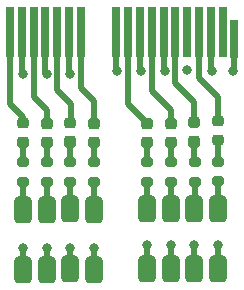
<source format=gbr>
%TF.GenerationSoftware,KiCad,Pcbnew,6.99.0-unknown-e9f8454a67~154~ubuntu22.04.1*%
%TF.CreationDate,2022-11-04T13:42:14+03:00*%
%TF.ProjectId,siglent-la,7369676c-656e-4742-9d6c-612e6b696361,rev?*%
%TF.SameCoordinates,Original*%
%TF.FileFunction,Copper,L4,Bot*%
%TF.FilePolarity,Positive*%
%FSLAX46Y46*%
G04 Gerber Fmt 4.6, Leading zero omitted, Abs format (unit mm)*
G04 Created by KiCad (PCBNEW 6.99.0-unknown-e9f8454a67~154~ubuntu22.04.1) date 2022-11-04 13:42:14*
%MOMM*%
%LPD*%
G01*
G04 APERTURE LIST*
G04 Aperture macros list*
%AMRoundRect*
0 Rectangle with rounded corners*
0 $1 Rounding radius*
0 $2 $3 $4 $5 $6 $7 $8 $9 X,Y pos of 4 corners*
0 Add a 4 corners polygon primitive as box body*
4,1,4,$2,$3,$4,$5,$6,$7,$8,$9,$2,$3,0*
0 Add four circle primitives for the rounded corners*
1,1,$1+$1,$2,$3*
1,1,$1+$1,$4,$5*
1,1,$1+$1,$6,$7*
1,1,$1+$1,$8,$9*
0 Add four rect primitives between the rounded corners*
20,1,$1+$1,$2,$3,$4,$5,0*
20,1,$1+$1,$4,$5,$6,$7,0*
20,1,$1+$1,$6,$7,$8,$9,0*
20,1,$1+$1,$8,$9,$2,$3,0*%
G04 Aperture macros list end*
%TA.AperFunction,SMDPad,CuDef*%
%ADD10RoundRect,0.381000X-0.381000X0.762000X-0.381000X-0.762000X0.381000X-0.762000X0.381000X0.762000X0*%
%TD*%
%TA.AperFunction,SMDPad,CuDef*%
%ADD11RoundRect,0.200000X0.275000X-0.200000X0.275000X0.200000X-0.275000X0.200000X-0.275000X-0.200000X0*%
%TD*%
%TA.AperFunction,ConnectorPad*%
%ADD12R,0.700000X4.300000*%
%TD*%
%TA.AperFunction,ConnectorPad*%
%ADD13R,0.700000X3.200000*%
%TD*%
%TA.AperFunction,SMDPad,CuDef*%
%ADD14RoundRect,0.225000X0.250000X-0.225000X0.250000X0.225000X-0.250000X0.225000X-0.250000X-0.225000X0*%
%TD*%
%TA.AperFunction,ViaPad*%
%ADD15C,0.800000*%
%TD*%
%TA.AperFunction,Conductor*%
%ADD16C,0.500000*%
%TD*%
G04 APERTURE END LIST*
D10*
%TO.P,U8,1,center*%
%TO.N,Net-(U8-center)*%
X119000000Y-81960000D03*
%TO.P,U8,2,jacket*%
%TO.N,GND*%
X119000000Y-87040000D03*
%TD*%
%TO.P,U7,1,center*%
%TO.N,Net-(U7-center)*%
X117000000Y-81960000D03*
%TO.P,U7,2,jacket*%
%TO.N,GND*%
X117000000Y-87040000D03*
%TD*%
%TO.P,U6,1,center*%
%TO.N,Net-(U6-center)*%
X115000000Y-81960000D03*
%TO.P,U6,2,jacket*%
%TO.N,GND*%
X115000000Y-87040000D03*
%TD*%
%TO.P,U5,1,center*%
%TO.N,Net-(U5-center)*%
X113000000Y-81960000D03*
%TO.P,U5,2,jacket*%
%TO.N,GND*%
X113000000Y-87040000D03*
%TD*%
%TO.P,U4,2,jacket*%
%TO.N,GND*%
X108500000Y-87080000D03*
%TO.P,U4,1,center*%
%TO.N,Net-(U4-center)*%
X108500000Y-82000000D03*
%TD*%
%TO.P,U3,2,jacket*%
%TO.N,GND*%
X106500000Y-87040000D03*
%TO.P,U3,1,center*%
%TO.N,Net-(U3-center)*%
X106500000Y-81960000D03*
%TD*%
%TO.P,U2,1,center*%
%TO.N,Net-(U2-center)*%
X104500000Y-82000000D03*
%TO.P,U2,2,jacket*%
%TO.N,GND*%
X104500000Y-87080000D03*
%TD*%
%TO.P,U1,2,jacket*%
%TO.N,GND*%
X102500000Y-87080000D03*
%TO.P,U1,1,center*%
%TO.N,Net-(R1-Pad1)*%
X102500000Y-82000000D03*
%TD*%
D11*
%TO.P,R16,2*%
%TO.N,/input7/OUT*%
X119000000Y-74475000D03*
%TO.P,R16,1*%
%TO.N,Net-(C8-Pad1)*%
X119000000Y-76125000D03*
%TD*%
%TO.P,R15,1*%
%TO.N,Net-(U8-center)*%
X119000000Y-79600000D03*
%TO.P,R15,2*%
%TO.N,Net-(C8-Pad1)*%
X119000000Y-77950000D03*
%TD*%
%TO.P,R14,2*%
%TO.N,/input6/OUT*%
X117000000Y-74675000D03*
%TO.P,R14,1*%
%TO.N,Net-(C7-Pad1)*%
X117000000Y-76325000D03*
%TD*%
%TO.P,R13,2*%
%TO.N,Net-(C7-Pad1)*%
X117100000Y-78000000D03*
%TO.P,R13,1*%
%TO.N,Net-(U7-center)*%
X117100000Y-79650000D03*
%TD*%
%TO.P,R12,2*%
%TO.N,/input5/OUT*%
X115000000Y-74700000D03*
%TO.P,R12,1*%
%TO.N,Net-(C6-Pad1)*%
X115000000Y-76350000D03*
%TD*%
%TO.P,R11,1*%
%TO.N,Net-(U6-center)*%
X115000000Y-79650000D03*
%TO.P,R11,2*%
%TO.N,Net-(C6-Pad1)*%
X115000000Y-78000000D03*
%TD*%
%TO.P,R10,2*%
%TO.N,/input4/OUT*%
X113000000Y-74675000D03*
%TO.P,R10,1*%
%TO.N,Net-(C5-Pad1)*%
X113000000Y-76325000D03*
%TD*%
%TO.P,R9,1*%
%TO.N,Net-(U5-center)*%
X113000000Y-79625000D03*
%TO.P,R9,2*%
%TO.N,Net-(C5-Pad1)*%
X113000000Y-77975000D03*
%TD*%
%TO.P,R8,1*%
%TO.N,Net-(C4-Pad1)*%
X108500000Y-76325000D03*
%TO.P,R8,2*%
%TO.N,/input3/OUT*%
X108500000Y-74675000D03*
%TD*%
%TO.P,R7,2*%
%TO.N,Net-(C4-Pad1)*%
X108500000Y-78000000D03*
%TO.P,R7,1*%
%TO.N,Net-(U4-center)*%
X108500000Y-79650000D03*
%TD*%
%TO.P,R6,2*%
%TO.N,/input2/OUT*%
X106500000Y-74675000D03*
%TO.P,R6,1*%
%TO.N,Net-(C3-Pad1)*%
X106500000Y-76325000D03*
%TD*%
%TO.P,R5,2*%
%TO.N,Net-(C3-Pad1)*%
X106500000Y-78000000D03*
%TO.P,R5,1*%
%TO.N,Net-(U3-center)*%
X106500000Y-79650000D03*
%TD*%
%TO.P,R4,1*%
%TO.N,Net-(C2-Pad1)*%
X104500000Y-76325000D03*
%TO.P,R4,2*%
%TO.N,/input1/OUT*%
X104500000Y-74675000D03*
%TD*%
%TO.P,R3,1*%
%TO.N,Net-(U2-center)*%
X104500000Y-79650000D03*
%TO.P,R3,2*%
%TO.N,Net-(C2-Pad1)*%
X104500000Y-78000000D03*
%TD*%
%TO.P,R2,2*%
%TO.N,/input0/OUT*%
X102500000Y-74675000D03*
%TO.P,R2,1*%
%TO.N,Net-(R2-Pad1)*%
X102500000Y-76325000D03*
%TD*%
%TO.P,R1,2*%
%TO.N,Net-(R2-Pad1)*%
X102500000Y-78000000D03*
%TO.P,R1,1*%
%TO.N,Net-(R1-Pad1)*%
X102500000Y-79650000D03*
%TD*%
D12*
%TO.P,J1,A18,GND*%
%TO.N,/input0/OUT*%
X101399999Y-66999999D03*
%TO.P,J1,A17,PERn0*%
%TO.N,GND*%
X102399999Y-66999999D03*
%TO.P,J1,A16,PERp0*%
%TO.N,/input1/OUT*%
X103399999Y-66999999D03*
%TO.P,J1,A15,GND*%
%TO.N,GND*%
X104399999Y-66999999D03*
%TO.P,J1,A14,REFCLK-*%
%TO.N,/input2/OUT*%
X105399999Y-66999999D03*
%TO.P,J1,A13,REFCLK+*%
%TO.N,GND*%
X106399999Y-66999999D03*
%TO.P,J1,A12,GND*%
%TO.N,/input3/OUT*%
X107399999Y-66999999D03*
%TO.P,J1,A11,~{PERST}*%
%TO.N,GND*%
X110399999Y-66999999D03*
%TO.P,J1,A10,+3.3V*%
%TO.N,/input4/OUT*%
X111399999Y-66999999D03*
%TO.P,J1,A9,+3.3V*%
%TO.N,GND*%
X112399999Y-66999999D03*
%TO.P,J1,A8,JTAG5*%
%TO.N,/input5/OUT*%
X113399999Y-66999999D03*
%TO.P,J1,A7,JTAG4*%
%TO.N,GND*%
X114399999Y-66999999D03*
%TO.P,J1,A6,JTAG3*%
%TO.N,/input6/OUT*%
X115399999Y-66999999D03*
%TO.P,J1,A5,JTAG2*%
%TO.N,GND*%
X116399999Y-66999999D03*
%TO.P,J1,A4,GND*%
%TO.N,/input7/OUT*%
X117399999Y-66999999D03*
%TO.P,J1,A3,+12V*%
%TO.N,GND*%
X118399999Y-66999999D03*
%TO.P,J1,A2,+12V*%
%TO.N,unconnected-(J1-+12V)_1*%
X119399999Y-66999999D03*
D13*
%TO.P,J1,A1,~{PRSNT1}*%
%TO.N,GND*%
X120399999Y-67549999D03*
%TD*%
D14*
%TO.P,C8,2*%
%TO.N,/input7/OUT*%
X119000000Y-74525000D03*
%TO.P,C8,1*%
%TO.N,Net-(C8-Pad1)*%
X119000000Y-76075000D03*
%TD*%
%TO.P,C7,2*%
%TO.N,/input6/OUT*%
X117000000Y-74625000D03*
%TO.P,C7,1*%
%TO.N,Net-(C7-Pad1)*%
X117000000Y-76175000D03*
%TD*%
%TO.P,C6,2*%
%TO.N,/input5/OUT*%
X115000000Y-74750000D03*
%TO.P,C6,1*%
%TO.N,Net-(C6-Pad1)*%
X115000000Y-76300000D03*
%TD*%
%TO.P,C5,2*%
%TO.N,/input4/OUT*%
X113000000Y-74725000D03*
%TO.P,C5,1*%
%TO.N,Net-(C5-Pad1)*%
X113000000Y-76275000D03*
%TD*%
%TO.P,C4,2*%
%TO.N,/input3/OUT*%
X108500000Y-74725000D03*
%TO.P,C4,1*%
%TO.N,Net-(C4-Pad1)*%
X108500000Y-76275000D03*
%TD*%
%TO.P,C3,2*%
%TO.N,/input2/OUT*%
X106500000Y-74675000D03*
%TO.P,C3,1*%
%TO.N,Net-(C3-Pad1)*%
X106500000Y-76225000D03*
%TD*%
%TO.P,C2,1*%
%TO.N,Net-(C2-Pad1)*%
X104500000Y-76275000D03*
%TO.P,C2,2*%
%TO.N,/input1/OUT*%
X104500000Y-74725000D03*
%TD*%
%TO.P,C1,1*%
%TO.N,Net-(R2-Pad1)*%
X102500000Y-76250000D03*
%TO.P,C1,2*%
%TO.N,/input0/OUT*%
X102500000Y-74700000D03*
%TD*%
D15*
%TO.N,GND*%
X119000000Y-85000000D03*
X117000000Y-85000000D03*
X115000000Y-85000000D03*
X113000000Y-85000000D03*
X108500000Y-85250000D03*
X106500000Y-85250000D03*
X104500000Y-85250000D03*
X102500000Y-85250000D03*
X120250000Y-70250000D03*
X118500000Y-70250000D03*
X116400000Y-70150000D03*
X114500000Y-70250000D03*
X112500000Y-70250000D03*
X110500000Y-70250000D03*
X106500000Y-70500000D03*
X104500000Y-70500000D03*
X102500000Y-70500000D03*
%TD*%
D16*
%TO.N,GND*%
X113000000Y-85000000D02*
X113000000Y-87040000D01*
%TO.N,/input3/OUT*%
X107400000Y-67000000D02*
X107400000Y-71700000D01*
X107400000Y-71700000D02*
X108500000Y-72800000D01*
X108500000Y-72800000D02*
X108500000Y-74675000D01*
%TO.N,/input2/OUT*%
X105400000Y-67000000D02*
X105400000Y-71900000D01*
X105400000Y-71900000D02*
X106600000Y-73100000D01*
X106600000Y-73100000D02*
X106600000Y-74575000D01*
X106600000Y-74575000D02*
X106500000Y-74675000D01*
%TO.N,/input1/OUT*%
X103400000Y-67000000D02*
X103400000Y-72450000D01*
X103400000Y-72450000D02*
X104500000Y-73550000D01*
X104500000Y-73550000D02*
X104500000Y-74725000D01*
%TO.N,/input0/OUT*%
X101400000Y-67000000D02*
X101400000Y-73100000D01*
X101400000Y-73100000D02*
X102500000Y-74200000D01*
X102500000Y-74200000D02*
X102500000Y-74675000D01*
%TO.N,/input7/OUT*%
X117400000Y-67000000D02*
X117400000Y-70826041D01*
X117400000Y-70826041D02*
X119000000Y-72426041D01*
X119000000Y-72426041D02*
X119000000Y-74475000D01*
%TO.N,/input6/OUT*%
X115400000Y-67000000D02*
X115400000Y-71300000D01*
X115400000Y-71300000D02*
X117000000Y-72900000D01*
X117000000Y-72900000D02*
X117000000Y-74625000D01*
%TO.N,/input5/OUT*%
X113400000Y-67000000D02*
X113400000Y-71950000D01*
X113400000Y-71950000D02*
X115000000Y-73550000D01*
X115000000Y-73550000D02*
X115000000Y-74700000D01*
%TO.N,/input4/OUT*%
X111400000Y-67000000D02*
X111400000Y-73075000D01*
X111400000Y-73075000D02*
X113000000Y-74675000D01*
%TO.N,GND*%
X119000000Y-85000000D02*
X119000000Y-87040000D01*
X117000000Y-85000000D02*
X117000000Y-87040000D01*
X115000000Y-85000000D02*
X115000000Y-87040000D01*
X108500000Y-85250000D02*
X108500000Y-87080000D01*
X106500000Y-85250000D02*
X106500000Y-87040000D01*
X104500000Y-85250000D02*
X104500000Y-87080000D01*
X102500000Y-85250000D02*
X102500000Y-87080000D01*
X118400000Y-67000000D02*
X118400000Y-70150000D01*
X118400000Y-70150000D02*
X118500000Y-70250000D01*
X112400000Y-67000000D02*
X112400000Y-70150000D01*
X112400000Y-70150000D02*
X112500000Y-70250000D01*
X102400000Y-67000000D02*
X102400000Y-70400000D01*
X102400000Y-70400000D02*
X102500000Y-70500000D01*
%TO.N,Net-(U8-center)*%
X119000000Y-79600000D02*
X119000000Y-81960000D01*
%TO.N,Net-(U7-center)*%
X117100000Y-79650000D02*
X117100000Y-81860000D01*
X117100000Y-81860000D02*
X117000000Y-81960000D01*
%TO.N,Net-(U6-center)*%
X115000000Y-79650000D02*
X115000000Y-81960000D01*
%TO.N,Net-(U5-center)*%
X113000000Y-79625000D02*
X113000000Y-81960000D01*
%TO.N,Net-(U4-center)*%
X108500000Y-79650000D02*
X108500000Y-82000000D01*
%TO.N,Net-(U3-center)*%
X106500000Y-79650000D02*
X106500000Y-81960000D01*
%TO.N,Net-(U2-center)*%
X104500000Y-79650000D02*
X104500000Y-82000000D01*
%TO.N,Net-(R1-Pad1)*%
X102500000Y-79650000D02*
X102500000Y-82000000D01*
%TO.N,Net-(C8-Pad1)*%
X119000000Y-76125000D02*
X119000000Y-77950000D01*
%TO.N,Net-(C7-Pad1)*%
X117000000Y-76325000D02*
X117000000Y-77900000D01*
X117000000Y-77900000D02*
X117100000Y-78000000D01*
%TO.N,Net-(C6-Pad1)*%
X115000000Y-76300000D02*
X115000000Y-78000000D01*
%TO.N,Net-(C5-Pad1)*%
X113000000Y-76275000D02*
X113000000Y-77975000D01*
%TO.N,Net-(C4-Pad1)*%
X108500000Y-76275000D02*
X108500000Y-78000000D01*
%TO.N,Net-(C3-Pad1)*%
X106500000Y-76225000D02*
X106500000Y-78000000D01*
%TO.N,Net-(C2-Pad1)*%
X104500000Y-76275000D02*
X104500000Y-78000000D01*
%TO.N,Net-(R2-Pad1)*%
X102500000Y-76250000D02*
X102500000Y-78000000D01*
%TO.N,/input7/OUT*%
X118900000Y-74375000D02*
X119000000Y-74475000D01*
%TO.N,/input6/OUT*%
X116900000Y-74525000D02*
X117000000Y-74625000D01*
%TO.N,/input5/OUT*%
X114900000Y-74600000D02*
X115000000Y-74700000D01*
%TO.N,/input4/OUT*%
X112900000Y-74625000D02*
X113000000Y-74725000D01*
%TO.N,GND*%
X120400000Y-70100000D02*
X120250000Y-70250000D01*
X120400000Y-67550000D02*
X120400000Y-70100000D01*
X114400000Y-70150000D02*
X114400000Y-67000000D01*
X114500000Y-70250000D02*
X114400000Y-70150000D01*
X110500000Y-70250000D02*
X110400000Y-70150000D01*
X110400000Y-70150000D02*
X110400000Y-67000000D01*
X106400000Y-70400000D02*
X106400000Y-67000000D01*
X106500000Y-70500000D02*
X106400000Y-70400000D01*
X104500000Y-70500000D02*
X104400000Y-70400000D01*
X104400000Y-70400000D02*
X104400000Y-67000000D01*
%TD*%
M02*

</source>
